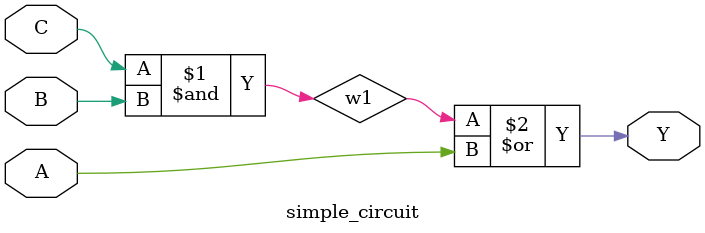
<source format=v>
module simple_circuit
(A,B,C,Y);
input A,B,C;
output Y;
wire w1;
and g1(w1,C,B);
or g2(Y,w1,A); 
endmodule 
</source>
